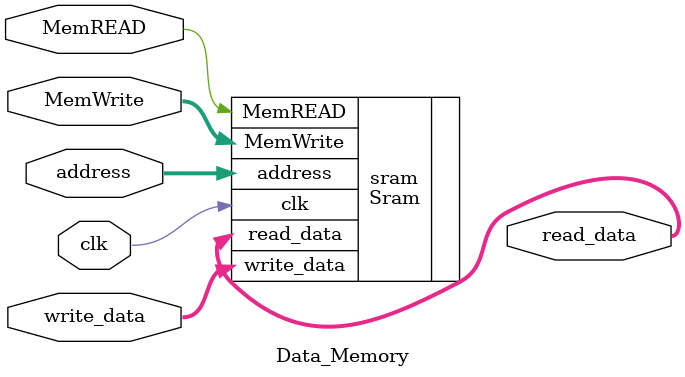
<source format=v>
`timescale 1ns/1ps
`include "defines.v"
`include "Sram.v"

module Data_Memory(
    input           clk,
    input           MemREAD,
    input   [1:0]   MemWrite,
    input   [31:0]  address,
    input   [31:0]  write_data,
    output  [31:0] read_data
);
    Sram sram(
        .clk(clk),
        .MemREAD(MemREAD),
        .MemWrite(MemWrite),
        .address(address),
        .write_data(write_data),
        .read_data(read_data)
    );
endmodule

</source>
